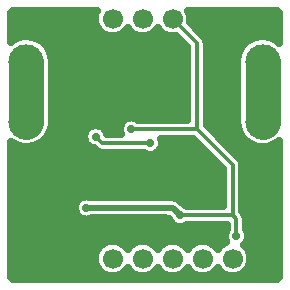
<source format=gbl>
G04 DipTrace 3.0.0.2*
G04 Bottom.GBL*
%MOIN*%
G04 #@! TF.FileFunction,Copper,L2,Bot*
G04 #@! TF.Part,Single*
G04 #@! TA.AperFunction,ComponentPad*
%ADD14C,0.11811*%
G04 #@! TA.AperFunction,Conductor*
%ADD15C,0.012992*%
%ADD16C,0.019685*%
G04 #@! TA.AperFunction,ViaPad*
%ADD17C,0.027559*%
G04 #@! TA.AperFunction,CopperBalancing*
%ADD18C,0.025*%
G04 #@! TA.AperFunction,ComponentPad*
%ADD19R,0.066929X0.066929*%
%ADD20C,0.066929*%
%FSLAX26Y26*%
G04*
G70*
G90*
G75*
G01*
G04 Bottom*
%LPD*%
X470573Y1143701D2*
D14*
Y943701D1*
X1258073Y1143701D2*
Y943701D1*
X689323Y843701D2*
D15*
X676823Y831201D1*
X1282976Y849903D2*
Y843600D1*
X820573Y918701D2*
X1039323D1*
Y1206202D1*
X958073Y1287451D1*
X670577Y656201D2*
D16*
X957983D1*
X983008Y631176D1*
D15*
X1158073D1*
Y799950D1*
X1039323Y918701D1*
X1170535Y562339D2*
Y618714D1*
X1158073Y631176D1*
X883018Y872159D2*
X723365D1*
X701823Y893701D1*
D17*
X689323Y843701D3*
X1282976Y849903D3*
X820573Y918701D3*
X670577Y656201D3*
X983008Y631176D3*
D3*
X1170535Y562339D3*
X701823Y893701D3*
X883018Y872159D3*
X420733Y1289206D2*
D18*
X696837D1*
X1019317D2*
X1311583D1*
X420733Y1264337D2*
X701524D1*
X1028643D2*
X1311583D1*
X420733Y1239469D2*
X721641D1*
X794512D2*
X821641D1*
X894512D2*
X921641D1*
X1053497D2*
X1311583D1*
X518780Y1214600D2*
X983458D1*
X1072491D2*
X1209825D1*
X543780Y1189731D2*
X1005040D1*
X1073614D2*
X1184874D1*
X554766Y1164862D2*
X1005040D1*
X1073614D2*
X1173887D1*
X557403Y1139993D2*
X1005040D1*
X1073614D2*
X1171202D1*
X557403Y1115125D2*
X1005040D1*
X1073614D2*
X1171202D1*
X557403Y1090256D2*
X1005040D1*
X1073614D2*
X1171202D1*
X557403Y1065387D2*
X1005040D1*
X1073614D2*
X1171202D1*
X557403Y1040518D2*
X1005040D1*
X1073614D2*
X1171202D1*
X557403Y1015650D2*
X1005040D1*
X1073614D2*
X1171202D1*
X557403Y990781D2*
X1005040D1*
X1073614D2*
X1171202D1*
X557403Y965912D2*
X1005040D1*
X1073614D2*
X1171202D1*
X557403Y941043D2*
X785997D1*
X1073614D2*
X1171251D1*
X552813Y916175D2*
X667344D1*
X736309D2*
X779063D1*
X1089337D2*
X1175840D1*
X539190Y891306D2*
X660313D1*
X1114190D2*
X1189464D1*
X420733Y866437D2*
X434221D1*
X506964D2*
X671299D1*
X924200D2*
X1044102D1*
X1139044D2*
X1221690D1*
X1294464D2*
X1311583D1*
X420733Y841568D2*
X712217D1*
X909844D2*
X1069005D1*
X1163897D2*
X1311583D1*
X420733Y816699D2*
X1093858D1*
X1187579D2*
X1311583D1*
X420733Y791831D2*
X1118712D1*
X1192364D2*
X1311583D1*
X420733Y766962D2*
X1123790D1*
X1192364D2*
X1311583D1*
X420733Y742093D2*
X1123790D1*
X1192364D2*
X1311583D1*
X420733Y717224D2*
X1123790D1*
X1192364D2*
X1311583D1*
X420733Y692356D2*
X653233D1*
X687921D2*
X1123790D1*
X1192364D2*
X1311583D1*
X420733Y667487D2*
X630674D1*
X999981D2*
X1123790D1*
X1192364D2*
X1311583D1*
X420733Y642618D2*
X631407D1*
X1194073D2*
X1311583D1*
X420733Y617749D2*
X661046D1*
X680091D2*
X943809D1*
X1204815D2*
X1311583D1*
X420733Y592881D2*
X972667D1*
X993348D2*
X1136241D1*
X1204815D2*
X1311583D1*
X420733Y568012D2*
X1129356D1*
X1211700D2*
X1311583D1*
X420733Y543143D2*
X736778D1*
X779376D2*
X836778D1*
X879376D2*
X936778D1*
X979376D2*
X1036778D1*
X1079376D2*
X1133995D1*
X1207110D2*
X1311583D1*
X420733Y518274D2*
X705528D1*
X1210626D2*
X1311583D1*
X420733Y493406D2*
X697081D1*
X1219024D2*
X1311583D1*
X420733Y468537D2*
X699913D1*
X1216241D2*
X1311583D1*
X420733Y443668D2*
X716368D1*
X799786D2*
X816368D1*
X899786D2*
X916368D1*
X999786D2*
X1016368D1*
X1099786D2*
X1116368D1*
X1199786D2*
X1311583D1*
X432696Y418799D2*
X1299571D1*
X808078Y456576D2*
X802767Y449280D1*
X796245Y442758D1*
X788784Y437337D1*
X780566Y433150D1*
X771794Y430300D1*
X762685Y428857D1*
X753462D1*
X744353Y430300D1*
X735581Y433150D1*
X727363Y437337D1*
X719902Y442758D1*
X713380Y449280D1*
X707959Y456741D1*
X703772Y464959D1*
X700922Y473731D1*
X699479Y482840D1*
Y492063D1*
X700922Y501172D1*
X703772Y509944D1*
X707959Y518162D1*
X713380Y525623D1*
X719902Y532145D1*
X727363Y537566D1*
X735581Y541753D1*
X744353Y544603D1*
X753462Y546046D1*
X762685D1*
X771794Y544603D1*
X780566Y541753D1*
X788784Y537566D1*
X796245Y532145D1*
X802767Y525623D1*
X808078Y518326D1*
X813380Y525623D1*
X819902Y532145D1*
X827363Y537566D1*
X835581Y541753D1*
X844353Y544603D1*
X853462Y546046D1*
X862685D1*
X871794Y544603D1*
X880566Y541753D1*
X888784Y537566D1*
X896245Y532145D1*
X902767Y525623D1*
X908078Y518326D1*
X913380Y525623D1*
X919902Y532145D1*
X927363Y537566D1*
X935581Y541753D1*
X944353Y544603D1*
X953462Y546046D1*
X962685D1*
X971794Y544603D1*
X980566Y541753D1*
X988784Y537566D1*
X996245Y532145D1*
X1002767Y525623D1*
X1008078Y518326D1*
X1013380Y525623D1*
X1019902Y532145D1*
X1027363Y537566D1*
X1035581Y541753D1*
X1044353Y544603D1*
X1053462Y546046D1*
X1062685D1*
X1071794Y544603D1*
X1080566Y541753D1*
X1088784Y537566D1*
X1096245Y532145D1*
X1102767Y525623D1*
X1108078Y518326D1*
X1113380Y525623D1*
X1119902Y532145D1*
X1127363Y537566D1*
X1135581Y541753D1*
X1136985Y542271D1*
X1134420Y547379D1*
X1132525Y553213D1*
X1131565Y559272D1*
Y565406D1*
X1132525Y571464D1*
X1134420Y577298D1*
X1137205Y582763D1*
X1138744Y585066D1*
X1138728Y599399D1*
X1005779Y599369D1*
X1000755Y596346D1*
X995088Y593999D1*
X989123Y592567D1*
X983008Y592085D1*
X976893Y592567D1*
X970928Y593999D1*
X965261Y596346D1*
X960031Y599551D1*
X955367Y603535D1*
X951383Y608199D1*
X948178Y613429D1*
X946084Y618410D1*
X932983Y621047D1*
X687719D1*
X679703Y618190D1*
X673644Y617231D1*
X667510D1*
X661452Y618190D1*
X655618Y620086D1*
X650153Y622871D1*
X645190Y626476D1*
X640853Y630814D1*
X637247Y635776D1*
X634462Y641241D1*
X632567Y647075D1*
X631607Y653134D1*
Y659268D1*
X632567Y665326D1*
X634462Y671160D1*
X637247Y676626D1*
X640853Y681588D1*
X645190Y685925D1*
X650153Y689531D1*
X655618Y692316D1*
X661452Y694211D1*
X667510Y695171D1*
X673644D1*
X679703Y694211D1*
X685537Y692316D1*
X687660Y691337D1*
X960741Y691246D1*
X966189Y690383D1*
X971436Y688678D1*
X976351Y686174D1*
X980813Y682932D1*
X995788Y668111D1*
X1003433Y664506D1*
X1005735Y662967D1*
X1126318Y662983D1*
X1126266Y786791D1*
X1026167Y886874D1*
X919254Y886894D1*
X921029Y881284D1*
X921988Y875226D1*
Y869092D1*
X921029Y863033D1*
X919133Y857199D1*
X916349Y851734D1*
X912743Y846772D1*
X908406Y842434D1*
X903443Y838829D1*
X897978Y836044D1*
X892144Y834148D1*
X886085Y833189D1*
X879951D1*
X873893Y834148D1*
X868059Y836044D1*
X862594Y838829D1*
X860291Y840367D1*
X720869Y840450D1*
X713536Y841908D1*
X706746Y845039D1*
X700874Y849668D1*
X700642Y849918D1*
X695384Y855157D1*
X689743Y856523D1*
X684076Y858871D1*
X678846Y862076D1*
X674182Y866060D1*
X670198Y870724D1*
X666993Y875954D1*
X664646Y881621D1*
X663214Y887586D1*
X662732Y893701D1*
X663214Y899816D1*
X664646Y905780D1*
X666993Y911448D1*
X670198Y916678D1*
X674182Y921342D1*
X678846Y925326D1*
X684076Y928531D1*
X689743Y930878D1*
X695708Y932310D1*
X701823Y932791D1*
X707938Y932310D1*
X713902Y930878D1*
X719570Y928531D1*
X724800Y925326D1*
X729464Y921342D1*
X733448Y916678D1*
X736653Y911448D1*
X739518Y903946D1*
X784351Y903966D1*
X782563Y909575D1*
X781603Y915634D1*
Y921768D1*
X782563Y927826D1*
X784459Y933660D1*
X787243Y939126D1*
X790849Y944088D1*
X795186Y948425D1*
X800149Y952031D1*
X805614Y954816D1*
X811448Y956711D1*
X817506Y957671D1*
X823641D1*
X829699Y956711D1*
X835533Y954816D1*
X840998Y952031D1*
X843301Y950492D1*
X1007536Y950508D1*
X1007516Y1193066D1*
X970531Y1230011D1*
X962685Y1228857D1*
X953462D1*
X944353Y1230300D1*
X935581Y1233150D1*
X927363Y1237337D1*
X919902Y1242758D1*
X913380Y1249280D1*
X908069Y1256576D1*
X902767Y1249280D1*
X896245Y1242758D1*
X888784Y1237337D1*
X880566Y1233150D1*
X871794Y1230300D1*
X862685Y1228857D1*
X853462D1*
X844353Y1230300D1*
X835581Y1233150D1*
X827363Y1237337D1*
X819902Y1242758D1*
X813380Y1249280D1*
X808069Y1256576D1*
X802767Y1249280D1*
X796245Y1242758D1*
X788784Y1237337D1*
X780566Y1233150D1*
X771794Y1230300D1*
X762685Y1228857D1*
X753462D1*
X744353Y1230300D1*
X735581Y1233150D1*
X727363Y1237337D1*
X719902Y1242758D1*
X713380Y1249280D1*
X707959Y1256741D1*
X703772Y1264959D1*
X700922Y1273731D1*
X699479Y1282840D1*
Y1292063D1*
X700922Y1301172D1*
X703772Y1309944D1*
X705681Y1314086D1*
X434577Y1314075D1*
X429230Y1313358D1*
X425706Y1311884D1*
X422678Y1309546D1*
X420358Y1306504D1*
X418904Y1302965D1*
X418196Y1297498D1*
X418210Y1209802D1*
X426492Y1215635D1*
X438288Y1221645D1*
X450879Y1225736D1*
X463954Y1227807D1*
X477193D1*
X490268Y1225736D1*
X502859Y1221645D1*
X514655Y1215635D1*
X525365Y1207853D1*
X534726Y1198492D1*
X542507Y1187782D1*
X548518Y1175986D1*
X552609Y1163396D1*
X554680Y1150320D1*
X554940Y1131201D1*
X554680Y937081D1*
X552609Y924006D1*
X548518Y911415D1*
X542507Y899620D1*
X534726Y888909D1*
X525365Y879548D1*
X514655Y871767D1*
X502859Y865757D1*
X490268Y861666D1*
X477193Y859595D1*
X463954D1*
X450879Y861666D1*
X438288Y865757D1*
X426492Y871767D1*
X420720Y875655D1*
X418209Y873425D1*
Y434577D1*
X418926Y429231D1*
X420400Y425706D1*
X422738Y422677D1*
X425781Y420356D1*
X429320Y418902D1*
X434784Y418195D1*
X1297706Y418209D1*
X1303052Y418926D1*
X1306577Y420400D1*
X1309606Y422738D1*
X1311927Y425780D1*
X1313381Y429319D1*
X1314090Y434786D1*
X1314075Y880586D1*
X1307663Y875447D1*
X1296375Y868530D1*
X1284144Y863464D1*
X1271271Y860373D1*
X1258073Y859335D1*
X1244876Y860373D1*
X1232003Y863464D1*
X1219772Y868530D1*
X1208484Y875447D1*
X1198418Y884045D1*
X1189820Y894112D1*
X1182903Y905399D1*
X1177837Y917630D1*
X1174746Y930503D1*
X1173721Y944037D1*
X1173967Y1150320D1*
X1176038Y1163396D1*
X1180129Y1175986D1*
X1186140Y1187782D1*
X1193921Y1198492D1*
X1203282Y1207853D1*
X1213992Y1215635D1*
X1225788Y1221645D1*
X1238379Y1225736D1*
X1251454Y1227807D1*
X1264693D1*
X1277768Y1225736D1*
X1290359Y1221645D1*
X1302155Y1215635D1*
X1313112Y1207625D1*
X1314075Y1208857D1*
Y1297706D1*
X1313358Y1303053D1*
X1311884Y1306577D1*
X1309547Y1309605D1*
X1306505Y1311925D1*
X1302966Y1313379D1*
X1297500Y1314088D1*
X1010487Y1314074D1*
X1013972Y1305614D1*
X1016125Y1296646D1*
X1016849Y1287451D1*
X1016125Y1278257D1*
X1015482Y1275021D1*
X1063509Y1226859D1*
X1067663Y1220642D1*
X1070251Y1213627D1*
X1071130Y1206202D1*
X1071117Y1205861D1*
X1071130Y931837D1*
X1182260Y820607D1*
X1186414Y814390D1*
X1189002Y807375D1*
X1189881Y799950D1*
X1189867Y799609D1*
X1189881Y644335D1*
X1196268Y637410D1*
X1199921Y630886D1*
X1201951Y623690D1*
X1202343Y618714D1*
Y585071D1*
X1205365Y580085D1*
X1207713Y574418D1*
X1209145Y568454D1*
X1209626Y562339D1*
X1209145Y556223D1*
X1207713Y550259D1*
X1205365Y544592D1*
X1202160Y539362D1*
X1198177Y534697D1*
X1195800Y532517D1*
X1202767Y525623D1*
X1208188Y518162D1*
X1212375Y509944D1*
X1215225Y501172D1*
X1216668Y492063D1*
Y482840D1*
X1215225Y473731D1*
X1212375Y464959D1*
X1208188Y456741D1*
X1202767Y449280D1*
X1196245Y442758D1*
X1188784Y437337D1*
X1180566Y433150D1*
X1171794Y430300D1*
X1162685Y428857D1*
X1153462D1*
X1144353Y430300D1*
X1135581Y433150D1*
X1127363Y437337D1*
X1119902Y442758D1*
X1113380Y449280D1*
X1108069Y456576D1*
X1102767Y449280D1*
X1096245Y442758D1*
X1088784Y437337D1*
X1080566Y433150D1*
X1071794Y430300D1*
X1062685Y428857D1*
X1053462D1*
X1044353Y430300D1*
X1035581Y433150D1*
X1027363Y437337D1*
X1019902Y442758D1*
X1013380Y449280D1*
X1008069Y456576D1*
X1002767Y449280D1*
X996245Y442758D1*
X988784Y437337D1*
X980566Y433150D1*
X971794Y430300D1*
X962685Y428857D1*
X953462D1*
X944353Y430300D1*
X935581Y433150D1*
X927363Y437337D1*
X919902Y442758D1*
X913380Y449280D1*
X908069Y456576D1*
X902767Y449280D1*
X896245Y442758D1*
X888784Y437337D1*
X880566Y433150D1*
X871794Y430300D1*
X862685Y428857D1*
X853462D1*
X844353Y430300D1*
X835581Y433150D1*
X827363Y437337D1*
X819902Y442758D1*
X813380Y449280D1*
X808069Y456576D1*
X1005735Y599384D2*
X1000755Y596346D1*
X995088Y593999D1*
X989123Y592567D1*
X983008Y592085D1*
X976893Y592567D1*
X970928Y593999D1*
X965261Y596346D1*
X960031Y599551D1*
X955367Y603535D1*
X951383Y608199D1*
X948178Y613429D1*
X946084Y618410D1*
D14*
X470573Y1143701D3*
Y943701D3*
X1258073Y1143701D3*
Y943701D3*
D19*
X658073Y487451D3*
D20*
X758073D3*
X858073D3*
X958073D3*
X1058073D3*
X1158073D3*
D19*
X658073Y1287451D3*
D20*
X758073D3*
X858073D3*
X958073D3*
M02*

</source>
